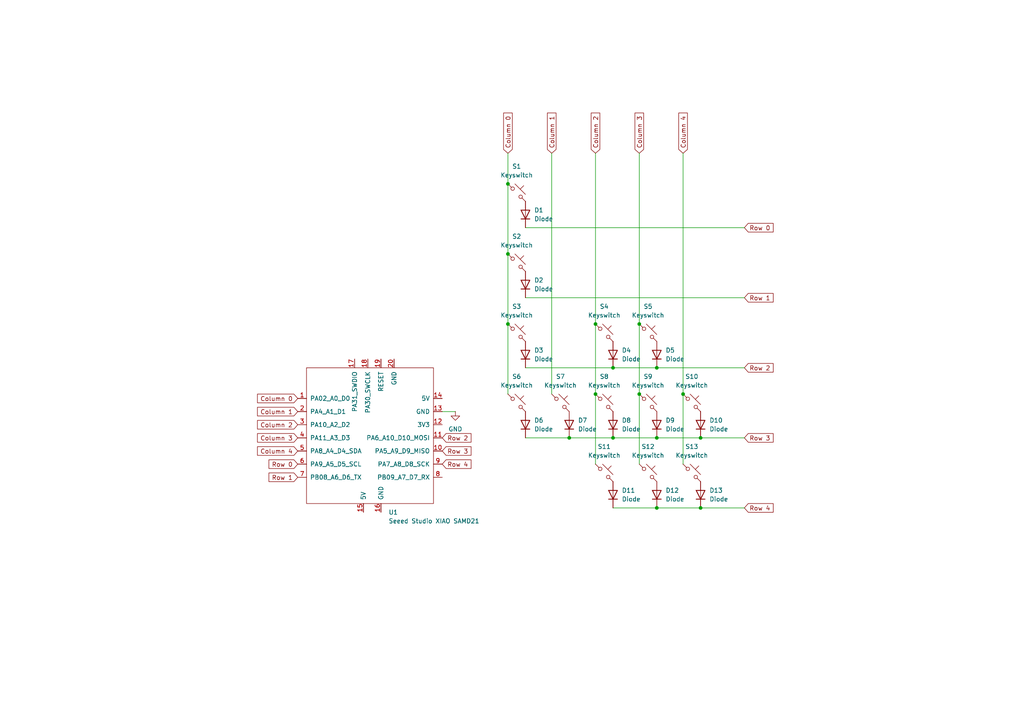
<source format=kicad_sch>
(kicad_sch (version 20231120) (generator "eeschema") (generator_version "8.0")
  (paper "A4")
  (lib_symbols
    (symbol "ScottoKeebs:Placeholder_Diode" (pin_numbers hide) (pin_names hide)
      (property "Reference" "D" (at 0 2.54 0))
      (property "Value" "Diode" (at 0 -2.54 0))
      (symbol "Placeholder_Diode_0_1"
        (polyline (pts (xy -1.27 1.27) (xy -1.27 -1.27)) (stroke (width 0.254)))
        (polyline (pts (xy 1.27 0) (xy -1.27 0)))
        (polyline (pts (xy 1.27 1.27) (xy 1.27 -1.27) (xy -1.27 0) (xy 1.27 1.27)) (stroke (width 0.254)))
      )
      (symbol "Placeholder_Diode_1_1"
        (pin passive line (at -3.81 0 0) (length 2.54) (name "K") (number "1"))
        (pin passive line (at 3.81 0 180) (length 2.54) (name "A") (number "2"))
      )
    )
    (symbol "ScottoKeebs:Placeholder_Keyswitch" (pin_numbers hide) (pin_names (offset 1.016) hide)
      (property "Reference" "S" (at 3.048 1.016 0))
      (property "Value" "Keyswitch" (at 0 -3.81 0))
      (symbol "Placeholder_Keyswitch_0_1"
        (circle (center -1.1684 1.1684) (radius 0.508))
        (polyline (pts (xy -0.508 2.54) (xy 2.54 -0.508)))
        (polyline (pts (xy 1.016 1.016) (xy 2.032 2.032)))
        (polyline (pts (xy -2.54 2.54) (xy -1.524 1.524) (xy -1.524 1.524)))
        (polyline (pts (xy 1.524 -1.524) (xy 2.54 -2.54) (xy 2.54 -2.54) (xy 2.54 -2.54)))
        (circle (center 1.143 -1.1938) (radius 0.508))
        (pin passive line (at -2.54 2.54 0) (length 0) (name "1") (number "1"))
        (pin passive line (at 2.54 -2.54 180) (length 0) (name "2") (number "2"))
      )
    )
    (symbol "Seeed_Studio_XIAO_Series:Seeed Studio XIAO SAMD21" (pin_names (offset 1.016))
      (property "Reference" "U" (at -19.05 22.86 0))
      (property "Value" "Seeed Studio XIAO SAMD21" (at -12.7 21.59 0))
      (symbol "Seeed Studio XIAO SAMD21_0_1"
        (rectangle (start -19.05 20.32) (end 17.78 -19.05))
      )
      (symbol "Seeed Studio XIAO SAMD21_1_1"
        (pin unspecified line (at -21.59 11.43 0) (length 2.54) (name "PA02_A0_D0") (number "1"))
        (pin unspecified line (at 20.32 -3.81 180) (length 2.54) (name "PA5_A9_D9_MISO") (number "10"))
        (pin unspecified line (at 20.32 0 180) (length 2.54) (name "PA6_A10_D10_MOSI") (number "11"))
        (pin unspecified line (at 20.32 3.81 180) (length 2.54) (name "3V3") (number "12"))
        (pin unspecified line (at 20.32 7.62 180) (length 2.54) (name "GND") (number "13"))
        (pin unspecified line (at 20.32 11.43 180) (length 2.54) (name "5V") (number "14"))
        (pin input line (at -2.54 -21.59 90) (length 2.54) (name "5V") (number "15"))
        (pin input line (at 2.54 -21.59 90) (length 2.54) (name "GND") (number "16"))
        (pin input line (at -5.08 22.86 270) (length 2.54) (name "PA31_SWDIO") (number "17"))
        (pin input line (at -1.27 22.86 270) (length 2.54) (name "PA30_SWCLK") (number "18"))
        (pin input line (at 2.54 22.86 270) (length 2.54) (name "RESET") (number "19"))
        (pin unspecified line (at -21.59 7.62 0) (length 2.54) (name "PA4_A1_D1") (number "2"))
        (pin input line (at 6.35 22.86 270) (length 2.54) (name "GND") (number "20"))
        (pin unspecified line (at -21.59 3.81 0) (length 2.54) (name "PA10_A2_D2") (number "3"))
        (pin unspecified line (at -21.59 0 0) (length 2.54) (name "PA11_A3_D3") (number "4"))
        (pin unspecified line (at -21.59 -3.81 0) (length 2.54) (name "PA8_A4_D4_SDA") (number "5"))
        (pin unspecified line (at -21.59 -7.62 0) (length 2.54) (name "PA9_A5_D5_SCL") (number "6"))
        (pin unspecified line (at -21.59 -11.43 0) (length 2.54) (name "PB08_A6_D6_TX") (number "7"))
        (pin unspecified line (at 20.32 -11.43 180) (length 2.54) (name "PB09_A7_D7_RX") (number "8"))
        (pin unspecified line (at 20.32 -7.62 180) (length 2.54) (name "PA7_A8_D8_SCK") (number "9"))
      )
    )
    (symbol "power:GND" (power) (pin_numbers hide) (pin_names (offset 0) hide)
      (property "Value" "GND" (at 0 -3.81 0))
      (symbol "GND_0_1"
        (polyline (pts (xy 0 0) (xy 0 -1.27) (xy 1.27 -1.27) (xy 0 -2.54) (xy -1.27 -1.27) (xy 0 -1.27)))
      )
      (symbol "GND_1_1"
        (pin power_in line (at 0 0 270) (length 0) (name "~") (number "1"))
      )
    )
  )
  (junction (at 147.32 53.34))
  (junction (at 190.5 127))
  (junction (at 203.2 127))
  (junction (at 147.32 93.98))
  (junction (at 177.8 127))
  (junction (at 203.2 147.32))
  (junction (at 165.1 127))
  (junction (at 147.32 73.66))
  (junction (at 177.8 106.68))
  (junction (at 190.5 147.32))
  (junction (at 185.42 93.98))
  (junction (at 190.5 106.68))
  (junction (at 198.12 114.3))
  (junction (at 172.72 114.3))
  (junction (at 185.42 114.3))
  (junction (at 172.72 93.98))
  (wire (pts (xy 177.8 127) (xy 190.5 127)))
  (wire (pts (xy 215.9 106.68) (xy 190.5 106.68)))
  (wire (pts (xy 147.32 44.45) (xy 147.32 53.34)))
  (wire (pts (xy 147.32 53.34) (xy 147.32 73.66)))
  (wire (pts (xy 198.12 114.3) (xy 198.12 134.62)))
  (wire (pts (xy 190.5 127) (xy 203.2 127)))
  (wire (pts (xy 190.5 147.32) (xy 203.2 147.32)))
  (wire (pts (xy 198.12 44.45) (xy 198.12 114.3)))
  (wire (pts (xy 172.72 44.45) (xy 172.72 93.98)))
  (wire (pts (xy 185.42 93.98) (xy 185.42 114.3)))
  (wire (pts (xy 177.8 106.68) (xy 190.5 106.68)))
  (wire (pts (xy 152.4 106.68) (xy 177.8 106.68)))
  (wire (pts (xy 185.42 44.45) (xy 185.42 93.98)))
  (wire (pts (xy 177.8 147.32) (xy 190.5 147.32)))
  (wire (pts (xy 147.32 93.98) (xy 147.32 114.3)))
  (wire (pts (xy 172.72 93.98) (xy 172.72 114.3)))
  (wire (pts (xy 172.72 114.3) (xy 172.72 134.62)))
  (wire (pts (xy 160.02 44.45) (xy 160.02 114.3)))
  (wire (pts (xy 128.27 119.38) (xy 132.08 119.38)))
  (wire (pts (xy 147.32 73.66) (xy 147.32 93.98)))
  (wire (pts (xy 215.9 127) (xy 203.2 127)))
  (wire (pts (xy 185.42 114.3) (xy 185.42 134.62)))
  (wire (pts (xy 165.1 127) (xy 177.8 127)))
  (wire (pts (xy 215.9 66.04) (xy 152.4 66.04)))
  (wire (pts (xy 215.9 147.32) (xy 203.2 147.32)))
  (wire (pts (xy 215.9 86.36) (xy 152.4 86.36)))
  (wire (pts (xy 152.4 127) (xy 165.1 127)))
  (global_label "Column 2" (shape input) (at 172.72 44.45 90) (property "Intersheetrefs" "${INTERSHEET_REFS}" (effects (hide yes))))
  (global_label "Row 1" (shape input) (at 86.36 138.43 180) (property "Intersheetrefs" "${INTERSHEET_REFS}" (effects (hide yes))))
  (global_label "Column 4" (shape input) (at 86.36 130.81 180) (property "Intersheetrefs" "${INTERSHEET_REFS}" (effects (hide yes))))
  (global_label "Row 4" (shape input) (at 215.9 147.32 0) (property "Intersheetrefs" "${INTERSHEET_REFS}" (effects (hide yes))))
  (global_label "Row 2" (shape input) (at 215.9 106.68 0) (property "Intersheetrefs" "${INTERSHEET_REFS}" (effects (hide yes))))
  (global_label "Column 1" (shape input) (at 86.36 119.38 180) (property "Intersheetrefs" "${INTERSHEET_REFS}" (effects (hide yes))))
  (global_label "Row 4" (shape input) (at 128.27 134.62 0) (property "Intersheetrefs" "${INTERSHEET_REFS}" (effects (hide yes))))
  (global_label "Column 0" (shape input) (at 86.36 115.57 180) (property "Intersheetrefs" "${INTERSHEET_REFS}" (effects (hide yes))))
  (global_label "Column 4" (shape input) (at 198.12 44.45 90) (property "Intersheetrefs" "${INTERSHEET_REFS}" (effects (hide yes))))
  (global_label "Row 0" (shape input) (at 215.9 66.04 0) (property "Intersheetrefs" "${INTERSHEET_REFS}" (effects (hide yes))))
  (global_label "Column 0" (shape input) (at 147.32 44.45 90) (property "Intersheetrefs" "${INTERSHEET_REFS}" (effects (hide yes))))
  (global_label "Row 2" (shape input) (at 128.27 127 0) (property "Intersheetrefs" "${INTERSHEET_REFS}" (effects (hide yes))))
  (global_label "Row 0" (shape input) (at 86.36 134.62 180) (property "Intersheetrefs" "${INTERSHEET_REFS}" (effects (hide yes))))
  (global_label "Row 3" (shape input) (at 128.27 130.81 0) (property "Intersheetrefs" "${INTERSHEET_REFS}" (effects (hide yes))))
  (global_label "Row 3" (shape input) (at 215.9 127 0) (property "Intersheetrefs" "${INTERSHEET_REFS}" (effects (hide yes))))
  (global_label "Column 3" (shape input) (at 86.36 127 180) (property "Intersheetrefs" "${INTERSHEET_REFS}" (effects (hide yes))))
  (global_label "Row 1" (shape input) (at 215.9 86.36 0) (property "Intersheetrefs" "${INTERSHEET_REFS}" (effects (hide yes))))
  (global_label "Column 2" (shape input) (at 86.36 123.19 180) (property "Intersheetrefs" "${INTERSHEET_REFS}" (effects (hide yes))))
  (global_label "Column 3" (shape input) (at 185.42 44.45 90) (property "Intersheetrefs" "${INTERSHEET_REFS}" (effects (hide yes))))
  (global_label "Column 1" (shape input) (at 160.02 44.45 90) (property "Intersheetrefs" "${INTERSHEET_REFS}" (effects (hide yes))))
  (symbol (lib_id "ScottoKeebs:Placeholder_Diode") (at 190.5 143.51 90) (unit 1)
    (property "Reference" "D12" (at 193.04 142.2399 90) (effects (justify right)))
    (property "Value" "Diode" (at 193.04 144.7799 90) (effects (justify right)))
    (property "Footprint" "ScottoKeebs_Components:Diode_DO-35" (effects (hide yes)))
    (property "Description" "1N4148 (DO-35) or 1N4148W (SOD-123)" (effects (hide yes)))
    (property "Sim.Device" "D" (effects (hide yes)))
    (property "Sim.Pins" "1=K 2=A" (effects (hide yes)))
  )
  (symbol (lib_id "ScottoKeebs:Placeholder_Diode") (at 190.5 123.19 90) (unit 1)
    (property "Reference" "D9" (at 193.04 121.9199 90) (effects (justify right)))
    (property "Value" "Diode" (at 193.04 124.4599 90) (effects (justify right)))
    (property "Footprint" "ScottoKeebs_Components:Diode_DO-35" (effects (hide yes)))
    (property "Description" "1N4148 (DO-35) or 1N4148W (SOD-123)" (effects (hide yes)))
    (property "Sim.Device" "D" (effects (hide yes)))
    (property "Sim.Pins" "1=K 2=A" (effects (hide yes)))
  )
  (symbol (lib_id "ScottoKeebs:Placeholder_Diode") (at 152.4 102.87 90) (unit 1)
    (property "Reference" "D3" (at 154.94 101.5999 90) (effects (justify right)))
    (property "Value" "Diode" (at 154.94 104.1399 90) (effects (justify right)))
    (property "Footprint" "ScottoKeebs_Components:Diode_DO-35" (effects (hide yes)))
    (property "Description" "1N4148 (DO-35) or 1N4148W (SOD-123)" (effects (hide yes)))
    (property "Sim.Device" "D" (effects (hide yes)))
    (property "Sim.Pins" "1=K 2=A" (effects (hide yes)))
  )
  (symbol (lib_id "ScottoKeebs:Placeholder_Keyswitch") (at 187.96 137.16 0) (unit 1)
    (property "Reference" "S12" (at 187.96 129.54 0))
    (property "Value" "Keyswitch" (at 187.96 132.08 0))
    (property "Footprint" "Button_Switch_Keyboard:SW_Cherry_MX_1.00u_PCB" (effects (hide yes)))
    (property "Description" "Push button switch, normally open, two pins, 45° tilted" (effects (hide yes)))
  )
  (symbol (lib_id "ScottoKeebs:Placeholder_Keyswitch") (at 162.56 116.84 0) (unit 1)
    (property "Reference" "S7" (at 162.56 109.22 0))
    (property "Value" "Keyswitch" (at 162.56 111.76 0))
    (property "Footprint" "Button_Switch_Keyboard:SW_Cherry_MX_2.00u_PCB" (effects (hide yes)))
    (property "Description" "Push button switch, normally open, two pins, 45° tilted" (effects (hide yes)))
  )
  (symbol (lib_id "ScottoKeebs:Placeholder_Keyswitch") (at 149.86 55.88 0) (unit 1)
    (property "Reference" "S1" (at 149.86 48.26 0))
    (property "Value" "Keyswitch" (at 149.86 50.8 0))
    (property "Footprint" "Button_Switch_Keyboard:SW_Cherry_MX_1.00u_PCB" (effects (hide yes)))
    (property "Description" "Push button switch, normally open, two pins, 45° tilted" (effects (hide yes)))
  )
  (symbol (lib_id "ScottoKeebs:Placeholder_Diode") (at 152.4 62.23 90) (unit 1)
    (property "Reference" "D1" (at 154.94 60.9599 90) (effects (justify right)))
    (property "Value" "Diode" (at 154.94 63.4999 90) (effects (justify right)))
    (property "Footprint" "ScottoKeebs_Components:Diode_DO-35" (effects (hide yes)))
    (property "Description" "1N4148 (DO-35) or 1N4148W (SOD-123)" (effects (hide yes)))
    (property "Sim.Device" "D" (effects (hide yes)))
    (property "Sim.Pins" "1=K 2=A" (effects (hide yes)))
  )
  (symbol (lib_id "ScottoKeebs:Placeholder_Keyswitch") (at 175.26 96.52 0) (unit 1)
    (property "Reference" "S4" (at 175.26 88.9 0))
    (property "Value" "Keyswitch" (at 175.26 91.44 0))
    (property "Footprint" "Button_Switch_Keyboard:SW_Cherry_MX_1.00u_PCB" (effects (hide yes)))
    (property "Description" "Push button switch, normally open, two pins, 45° tilted" (effects (hide yes)))
  )
  (symbol (lib_id "ScottoKeebs:Placeholder_Diode") (at 152.4 123.19 90) (unit 1)
    (property "Reference" "D6" (at 154.94 121.9199 90) (effects (justify right)))
    (property "Value" "Diode" (at 154.94 124.4599 90) (effects (justify right)))
    (property "Footprint" "ScottoKeebs_Components:Diode_DO-35" (effects (hide yes)))
    (property "Description" "1N4148 (DO-35) or 1N4148W (SOD-123)" (effects (hide yes)))
    (property "Sim.Device" "D" (effects (hide yes)))
    (property "Sim.Pins" "1=K 2=A" (effects (hide yes)))
  )
  (symbol (lib_id "ScottoKeebs:Placeholder_Diode") (at 203.2 123.19 90) (unit 1)
    (property "Reference" "D10" (at 205.74 121.9199 90) (effects (justify right)))
    (property "Value" "Diode" (at 205.74 124.4599 90) (effects (justify right)))
    (property "Footprint" "ScottoKeebs_Components:Diode_DO-35" (effects (hide yes)))
    (property "Description" "1N4148 (DO-35) or 1N4148W (SOD-123)" (effects (hide yes)))
    (property "Sim.Device" "D" (effects (hide yes)))
    (property "Sim.Pins" "1=K 2=A" (effects (hide yes)))
  )
  (symbol (lib_id "ScottoKeebs:Placeholder_Diode") (at 177.8 143.51 90) (unit 1)
    (property "Reference" "D11" (at 180.34 142.2399 90) (effects (justify right)))
    (property "Value" "Diode" (at 180.34 144.7799 90) (effects (justify right)))
    (property "Footprint" "ScottoKeebs_Components:Diode_DO-35" (effects (hide yes)))
    (property "Description" "1N4148 (DO-35) or 1N4148W (SOD-123)" (effects (hide yes)))
    (property "Sim.Device" "D" (effects (hide yes)))
    (property "Sim.Pins" "1=K 2=A" (effects (hide yes)))
  )
  (symbol (lib_id "ScottoKeebs:Placeholder_Diode") (at 190.5 102.87 90) (unit 1)
    (property "Reference" "D5" (at 193.04 101.5999 90) (effects (justify right)))
    (property "Value" "Diode" (at 193.04 104.1399 90) (effects (justify right)))
    (property "Footprint" "ScottoKeebs_Components:Diode_DO-35" (effects (hide yes)))
    (property "Description" "1N4148 (DO-35) or 1N4148W (SOD-123)" (effects (hide yes)))
    (property "Sim.Device" "D" (effects (hide yes)))
    (property "Sim.Pins" "1=K 2=A" (effects (hide yes)))
  )
  (symbol (lib_id "power:GND") (at 132.08 119.38 0) (unit 1)
    (property "Reference" "#PWR01" (effects (hide yes)))
    (property "Value" "GND" (at 132.08 124.46 0))
    (property "Description" "Power symbol creates a global label with name \"GND\" , ground" (effects (hide yes)))
  )
  (symbol (lib_id "ScottoKeebs:Placeholder_Diode") (at 165.1 123.19 90) (unit 1)
    (property "Reference" "D7" (at 167.64 121.9199 90) (effects (justify right)))
    (property "Value" "Diode" (at 167.64 124.4599 90) (effects (justify right)))
    (property "Footprint" "ScottoKeebs_Components:Diode_DO-35" (effects (hide yes)))
    (property "Description" "1N4148 (DO-35) or 1N4148W (SOD-123)" (effects (hide yes)))
    (property "Sim.Device" "D" (effects (hide yes)))
    (property "Sim.Pins" "1=K 2=A" (effects (hide yes)))
  )
  (symbol (lib_id "ScottoKeebs:Placeholder_Keyswitch") (at 200.66 137.16 0) (unit 1)
    (property "Reference" "S13" (at 200.66 129.54 0))
    (property "Value" "Keyswitch" (at 200.66 132.08 0))
    (property "Footprint" "Button_Switch_Keyboard:SW_Cherry_MX_1.00u_PCB" (effects (hide yes)))
    (property "Description" "Push button switch, normally open, two pins, 45° tilted" (effects (hide yes)))
  )
  (symbol (lib_id "ScottoKeebs:Placeholder_Diode") (at 152.4 82.55 90) (unit 1)
    (property "Reference" "D2" (at 154.94 81.2799 90) (effects (justify right)))
    (property "Value" "Diode" (at 154.94 83.8199 90) (effects (justify right)))
    (property "Footprint" "ScottoKeebs_Components:Diode_DO-35" (effects (hide yes)))
    (property "Description" "1N4148 (DO-35) or 1N4148W (SOD-123)" (effects (hide yes)))
    (property "Sim.Device" "D" (effects (hide yes)))
    (property "Sim.Pins" "1=K 2=A" (effects (hide yes)))
  )
  (symbol (lib_id "ScottoKeebs:Placeholder_Keyswitch") (at 175.26 137.16 0) (unit 1)
    (property "Reference" "S11" (at 175.26 129.54 0))
    (property "Value" "Keyswitch" (at 175.26 132.08 0))
    (property "Footprint" "Button_Switch_Keyboard:SW_Cherry_MX_1.00u_PCB" (effects (hide yes)))
    (property "Description" "Push button switch, normally open, two pins, 45° tilted" (effects (hide yes)))
  )
  (symbol (lib_id "ScottoKeebs:Placeholder_Keyswitch") (at 200.66 116.84 0) (unit 1)
    (property "Reference" "S10" (at 200.66 109.22 0))
    (property "Value" "Keyswitch" (at 200.66 111.76 0))
    (property "Footprint" "Button_Switch_Keyboard:SW_Cherry_MX_1.00u_PCB" (effects (hide yes)))
    (property "Description" "Push button switch, normally open, two pins, 45° tilted" (effects (hide yes)))
  )
  (symbol (lib_id "ScottoKeebs:Placeholder_Diode") (at 203.2 143.51 90) (unit 1)
    (property "Reference" "D13" (at 205.74 142.2399 90) (effects (justify right)))
    (property "Value" "Diode" (at 205.74 144.7799 90) (effects (justify right)))
    (property "Footprint" "ScottoKeebs_Components:Diode_DO-35" (effects (hide yes)))
    (property "Description" "1N4148 (DO-35) or 1N4148W (SOD-123)" (effects (hide yes)))
    (property "Sim.Device" "D" (effects (hide yes)))
    (property "Sim.Pins" "1=K 2=A" (effects (hide yes)))
  )
  (symbol (lib_id "ScottoKeebs:Placeholder_Keyswitch") (at 149.86 96.52 0) (unit 1)
    (property "Reference" "S3" (at 149.86 88.9 0))
    (property "Value" "Keyswitch" (at 149.86 91.44 0))
    (property "Footprint" "Button_Switch_Keyboard:SW_Cherry_MX_1.00u_PCB" (effects (hide yes)))
    (property "Description" "Push button switch, normally open, two pins, 45° tilted" (effects (hide yes)))
  )
  (symbol (lib_id "ScottoKeebs:Placeholder_Diode") (at 177.8 123.19 90) (unit 1)
    (property "Reference" "D8" (at 180.34 121.9199 90) (effects (justify right)))
    (property "Value" "Diode" (at 180.34 124.4599 90) (effects (justify right)))
    (property "Footprint" "ScottoKeebs_Components:Diode_DO-35" (effects (hide yes)))
    (property "Description" "1N4148 (DO-35) or 1N4148W (SOD-123)" (effects (hide yes)))
    (property "Sim.Device" "D" (effects (hide yes)))
    (property "Sim.Pins" "1=K 2=A" (effects (hide yes)))
  )
  (symbol (lib_id "ScottoKeebs:Placeholder_Keyswitch") (at 187.96 96.52 0) (unit 1)
    (property "Reference" "S5" (at 187.96 88.9 0))
    (property "Value" "Keyswitch" (at 187.96 91.44 0))
    (property "Footprint" "Button_Switch_Keyboard:SW_Cherry_MX_1.00u_PCB" (effects (hide yes)))
    (property "Description" "Push button switch, normally open, two pins, 45° tilted" (effects (hide yes)))
  )
  (symbol (lib_id "ScottoKeebs:Placeholder_Keyswitch") (at 175.26 116.84 0) (unit 1)
    (property "Reference" "S8" (at 175.26 109.22 0))
    (property "Value" "Keyswitch" (at 175.26 111.76 0))
    (property "Footprint" "Button_Switch_Keyboard:SW_Cherry_MX_1.00u_PCB" (effects (hide yes)))
    (property "Description" "Push button switch, normally open, two pins, 45° tilted" (effects (hide yes)))
  )
  (symbol (lib_id "ScottoKeebs:Placeholder_Keyswitch") (at 149.86 116.84 0) (unit 1)
    (property "Reference" "S6" (at 149.86 109.22 0))
    (property "Value" "Keyswitch" (at 149.86 111.76 0))
    (property "Footprint" "Button_Switch_Keyboard:SW_Cherry_MX_1.00u_PCB" (effects (hide yes)))
    (property "Description" "Push button switch, normally open, two pins, 45° tilted" (effects (hide yes)))
  )
  (symbol (lib_id "ScottoKeebs:Placeholder_Diode") (at 177.8 102.87 90) (unit 1)
    (property "Reference" "D4" (at 180.34 101.5999 90) (effects (justify right)))
    (property "Value" "Diode" (at 180.34 104.1399 90) (effects (justify right)))
    (property "Footprint" "ScottoKeebs_Components:Diode_DO-35" (effects (hide yes)))
    (property "Description" "1N4148 (DO-35) or 1N4148W (SOD-123)" (effects (hide yes)))
    (property "Sim.Device" "D" (effects (hide yes)))
    (property "Sim.Pins" "1=K 2=A" (effects (hide yes)))
  )
  (symbol (lib_id "ScottoKeebs:Placeholder_Keyswitch") (at 187.96 116.84 0) (unit 1)
    (property "Reference" "S9" (at 187.96 109.22 0))
    (property "Value" "Keyswitch" (at 187.96 111.76 0))
    (property "Footprint" "Button_Switch_Keyboard:SW_Cherry_MX_1.00u_PCB" (effects (hide yes)))
    (property "Description" "Push button switch, normally open, two pins, 45° tilted" (effects (hide yes)))
  )
  (symbol (lib_id "ScottoKeebs:Placeholder_Keyswitch") (at 149.86 76.2 0) (unit 1)
    (property "Reference" "S2" (at 149.86 68.58 0))
    (property "Value" "Keyswitch" (at 149.86 71.12 0))
    (property "Footprint" "Button_Switch_Keyboard:SW_Cherry_MX_1.00u_PCB" (effects (hide yes)))
    (property "Description" "Push button switch, normally open, two pins, 45° tilted" (effects (hide yes)))
  )
  (symbol (lib_id "Seeed_Studio_XIAO_Series:Seeed Studio XIAO SAMD21") (at 107.95 127 0) (unit 1)
    (property "Reference" "U1" (at 112.6841 148.59 0) (effects (justify left)))
    (property "Value" "Seeed Studio XIAO SAMD21" (at 112.6841 151.13 0) (effects (justify left)))
    (property "Footprint" "footprints:XIAO-Generic-Hybrid-14P-2.54-21X17.8MM" (effects (hide yes)))
  )
)
</source>
